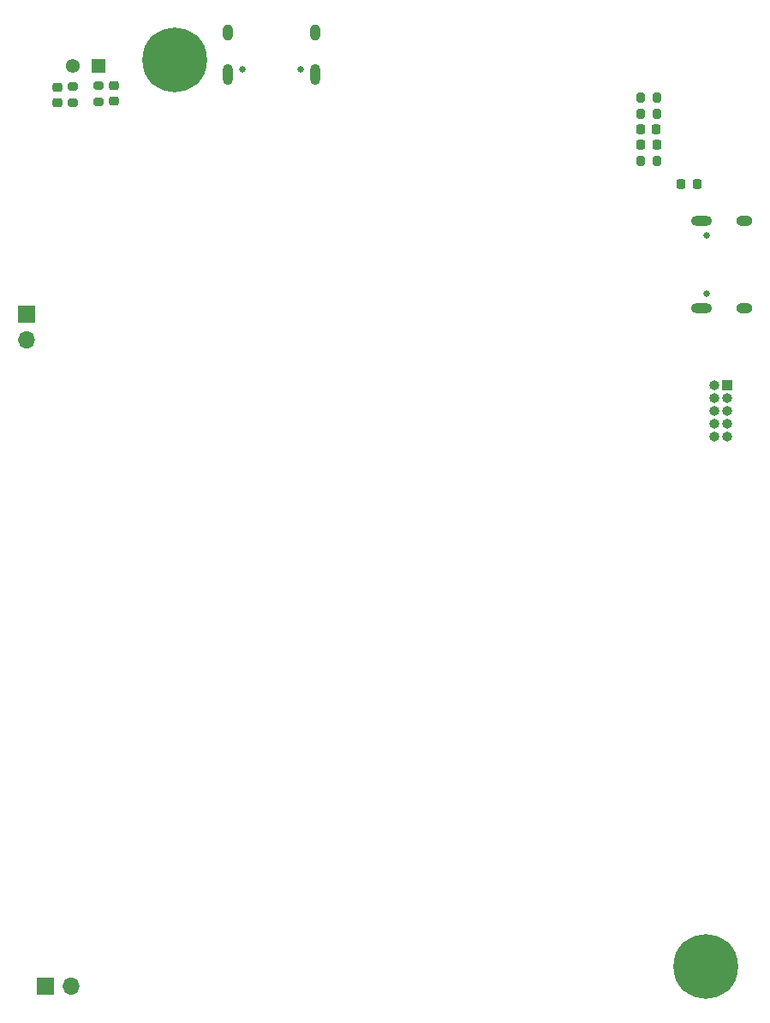
<source format=gbr>
%TF.GenerationSoftware,KiCad,Pcbnew,7.0.2*%
%TF.CreationDate,2023-07-17T10:45:44+03:00*%
%TF.ProjectId,DeskSandGlass,4465736b-5361-46e6-9447-6c6173732e6b,rev?*%
%TF.SameCoordinates,Original*%
%TF.FileFunction,Soldermask,Bot*%
%TF.FilePolarity,Negative*%
%FSLAX46Y46*%
G04 Gerber Fmt 4.6, Leading zero omitted, Abs format (unit mm)*
G04 Created by KiCad (PCBNEW 7.0.2) date 2023-07-17 10:45:44*
%MOMM*%
%LPD*%
G01*
G04 APERTURE LIST*
G04 Aperture macros list*
%AMRoundRect*
0 Rectangle with rounded corners*
0 $1 Rounding radius*
0 $2 $3 $4 $5 $6 $7 $8 $9 X,Y pos of 4 corners*
0 Add a 4 corners polygon primitive as box body*
4,1,4,$2,$3,$4,$5,$6,$7,$8,$9,$2,$3,0*
0 Add four circle primitives for the rounded corners*
1,1,$1+$1,$2,$3*
1,1,$1+$1,$4,$5*
1,1,$1+$1,$6,$7*
1,1,$1+$1,$8,$9*
0 Add four rect primitives between the rounded corners*
20,1,$1+$1,$2,$3,$4,$5,0*
20,1,$1+$1,$4,$5,$6,$7,0*
20,1,$1+$1,$6,$7,$8,$9,0*
20,1,$1+$1,$8,$9,$2,$3,0*%
G04 Aperture macros list end*
%ADD10R,1.700000X1.700000*%
%ADD11O,1.700000X1.700000*%
%ADD12C,0.800000*%
%ADD13C,6.400000*%
%ADD14R,1.378000X1.378000*%
%ADD15C,1.378000*%
%ADD16C,0.650000*%
%ADD17O,1.000000X2.100000*%
%ADD18O,1.000000X1.600000*%
%ADD19R,1.000000X1.000000*%
%ADD20O,1.000000X1.000000*%
%ADD21O,2.100000X1.000000*%
%ADD22O,1.600000X1.000000*%
%ADD23RoundRect,0.200000X0.200000X0.275000X-0.200000X0.275000X-0.200000X-0.275000X0.200000X-0.275000X0*%
%ADD24RoundRect,0.200000X-0.200000X-0.275000X0.200000X-0.275000X0.200000X0.275000X-0.200000X0.275000X0*%
%ADD25RoundRect,0.225000X-0.250000X0.225000X-0.250000X-0.225000X0.250000X-0.225000X0.250000X0.225000X0*%
%ADD26RoundRect,0.225000X-0.225000X-0.250000X0.225000X-0.250000X0.225000X0.250000X-0.225000X0.250000X0*%
%ADD27RoundRect,0.218750X0.218750X0.256250X-0.218750X0.256250X-0.218750X-0.256250X0.218750X-0.256250X0*%
%ADD28RoundRect,0.200000X0.275000X-0.200000X0.275000X0.200000X-0.275000X0.200000X-0.275000X-0.200000X0*%
%ADD29RoundRect,0.200000X-0.275000X0.200000X-0.275000X-0.200000X0.275000X-0.200000X0.275000X0.200000X0*%
G04 APERTURE END LIST*
D10*
%TO.C,LS1*%
X114360534Y-73670534D03*
D11*
X114360534Y-76210534D03*
%TD*%
D12*
%TO.C,REF\u002A\u002A*%
X179100000Y-138200000D03*
X179802944Y-136502944D03*
X179802944Y-139897056D03*
X181500000Y-135800000D03*
D13*
X181500000Y-138200000D03*
D12*
X181500000Y-140600000D03*
X183197056Y-136502944D03*
X183197056Y-139897056D03*
X183900000Y-138200000D03*
%TD*%
D14*
%TO.C,MK1*%
X121435534Y-49155534D03*
D15*
X118895534Y-49155534D03*
%TD*%
D16*
%TO.C,J1*%
X141450534Y-49495534D03*
X135670534Y-49495534D03*
D17*
X142880534Y-50025534D03*
D18*
X142880534Y-45845534D03*
D17*
X134240534Y-50025534D03*
D18*
X134240534Y-45845534D03*
%TD*%
D10*
%TO.C,J4*%
X116215534Y-140165534D03*
D11*
X118755534Y-140165534D03*
%TD*%
D19*
%TO.C,J3*%
X183615534Y-80735534D03*
D20*
X182345534Y-80735534D03*
X183615534Y-82005534D03*
X182345534Y-82005534D03*
X183615534Y-83275534D03*
X182345534Y-83275534D03*
X183615534Y-84545534D03*
X182345534Y-84545534D03*
X183615534Y-85815534D03*
X182345534Y-85815534D03*
%TD*%
D16*
%TO.C,J2*%
X181585534Y-71695534D03*
X181585534Y-65915534D03*
D21*
X181055534Y-73125534D03*
D22*
X185235534Y-73125534D03*
D21*
X181055534Y-64485534D03*
D22*
X185235534Y-64485534D03*
%TD*%
D12*
%TO.C,REF\u002A\u002A*%
X126600000Y-48600000D03*
X127302944Y-46902944D03*
X127302944Y-50297056D03*
X129000000Y-46200000D03*
D13*
X129000000Y-48600000D03*
D12*
X129000000Y-51000000D03*
X130697056Y-46902944D03*
X130697056Y-50297056D03*
X131400000Y-48600000D03*
%TD*%
D23*
%TO.C,R85*%
X176640534Y-53865534D03*
X174990534Y-53865534D03*
%TD*%
D24*
%TO.C,R86*%
X175000534Y-58535534D03*
X176650534Y-58535534D03*
%TD*%
D23*
%TO.C,R84*%
X176640534Y-52315534D03*
X174990534Y-52315534D03*
%TD*%
D25*
%TO.C,C28*%
X117345534Y-51230534D03*
X117345534Y-52780534D03*
%TD*%
%TO.C,C29*%
X122965534Y-51110534D03*
X122965534Y-52660534D03*
%TD*%
D26*
%TO.C,C54*%
X175050534Y-56975534D03*
X176600534Y-56975534D03*
%TD*%
D27*
%TO.C,L6*%
X180603034Y-60795534D03*
X179028034Y-60795534D03*
%TD*%
D28*
%TO.C,R55*%
X118905534Y-52825534D03*
X118905534Y-51175534D03*
%TD*%
D29*
%TO.C,R56*%
X121435534Y-51065534D03*
X121435534Y-52715534D03*
%TD*%
D26*
%TO.C,C55*%
X175040534Y-55405534D03*
X176590534Y-55405534D03*
%TD*%
M02*

</source>
